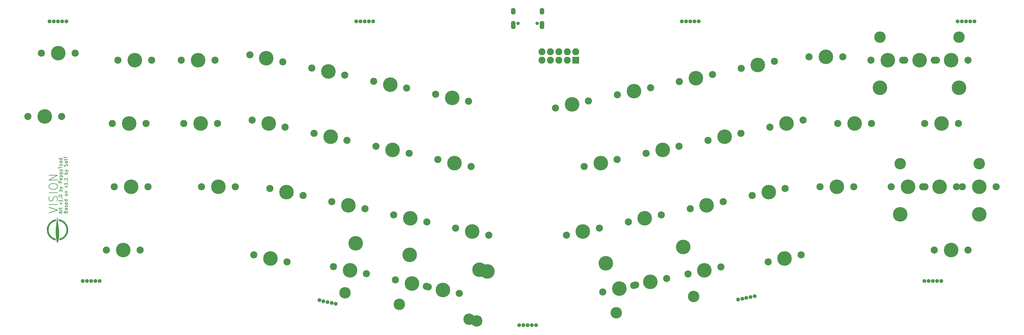
<source format=gbr>
%TF.GenerationSoftware,KiCad,Pcbnew,(6.0.11-0)*%
%TF.CreationDate,2023-07-09T00:15:19+09:00*%
%TF.ProjectId,Vision,56697369-6f6e-42e6-9b69-6361645f7063,rev?*%
%TF.SameCoordinates,Original*%
%TF.FileFunction,Soldermask,Top*%
%TF.FilePolarity,Negative*%
%FSLAX46Y46*%
G04 Gerber Fmt 4.6, Leading zero omitted, Abs format (unit mm)*
G04 Created by KiCad (PCBNEW (6.0.11-0)) date 2023-07-09 00:15:19*
%MOMM*%
%LPD*%
G01*
G04 APERTURE LIST*
G04 Aperture macros list*
%AMRoundRect*
0 Rectangle with rounded corners*
0 $1 Rounding radius*
0 $2 $3 $4 $5 $6 $7 $8 $9 X,Y pos of 4 corners*
0 Add a 4 corners polygon primitive as box body*
4,1,4,$2,$3,$4,$5,$6,$7,$8,$9,$2,$3,0*
0 Add four circle primitives for the rounded corners*
1,1,$1+$1,$2,$3*
1,1,$1+$1,$4,$5*
1,1,$1+$1,$6,$7*
1,1,$1+$1,$8,$9*
0 Add four rect primitives between the rounded corners*
20,1,$1+$1,$2,$3,$4,$5,0*
20,1,$1+$1,$4,$5,$6,$7,0*
20,1,$1+$1,$6,$7,$8,$9,0*
20,1,$1+$1,$8,$9,$2,$3,0*%
G04 Aperture macros list end*
%ADD10C,0.150000*%
%ADD11C,0.200000*%
%ADD12C,0.010000*%
%ADD13C,2.150000*%
%ADD14C,4.387800*%
%ADD15C,3.448000*%
%ADD16C,1.187400*%
%ADD17C,1.050000*%
%ADD18O,1.400000X2.000000*%
%ADD19O,1.400000X2.500000*%
%ADD20RoundRect,0.200000X0.850000X-0.850000X0.850000X0.850000X-0.850000X0.850000X-0.850000X-0.850000X0*%
%ADD21O,2.100000X2.100000*%
G04 APERTURE END LIST*
D10*
X69661666Y-143412023D02*
X69661666Y-142935833D01*
X69947380Y-143507261D02*
X68947380Y-143173928D01*
X69947380Y-142840595D01*
X69947380Y-142364404D02*
X69899761Y-142459642D01*
X69804523Y-142507261D01*
X68947380Y-142507261D01*
X69280714Y-142126309D02*
X69280714Y-141745357D01*
X68947380Y-141983452D02*
X69804523Y-141983452D01*
X69899761Y-141935833D01*
X69947380Y-141840595D01*
X69947380Y-141745357D01*
X69280714Y-140745357D02*
X69947380Y-140507261D01*
X69280714Y-140269166D01*
X69947380Y-139364404D02*
X69947380Y-139935833D01*
X69947380Y-139650119D02*
X68947380Y-139650119D01*
X69090238Y-139745357D01*
X69185476Y-139840595D01*
X69233095Y-139935833D01*
X69852142Y-138935833D02*
X69899761Y-138888214D01*
X69947380Y-138935833D01*
X69899761Y-138983452D01*
X69852142Y-138935833D01*
X69947380Y-138935833D01*
X68947380Y-138269166D02*
X68947380Y-138173928D01*
X68995000Y-138078690D01*
X69042619Y-138031071D01*
X69137857Y-137983452D01*
X69328333Y-137935833D01*
X69566428Y-137935833D01*
X69756904Y-137983452D01*
X69852142Y-138031071D01*
X69899761Y-138078690D01*
X69947380Y-138173928D01*
X69947380Y-138269166D01*
X69899761Y-138364404D01*
X69852142Y-138412023D01*
X69756904Y-138459642D01*
X69566428Y-138507261D01*
X69328333Y-138507261D01*
X69137857Y-138459642D01*
X69042619Y-138412023D01*
X68995000Y-138364404D01*
X68947380Y-138269166D01*
X69947380Y-136745357D02*
X68947380Y-136745357D01*
X69328333Y-136745357D02*
X69280714Y-136650119D01*
X69280714Y-136459642D01*
X69328333Y-136364404D01*
X69375952Y-136316785D01*
X69471190Y-136269166D01*
X69756904Y-136269166D01*
X69852142Y-136316785D01*
X69899761Y-136364404D01*
X69947380Y-136459642D01*
X69947380Y-136650119D01*
X69899761Y-136745357D01*
X69280714Y-135935833D02*
X69947380Y-135697738D01*
X69280714Y-135459642D02*
X69947380Y-135697738D01*
X70185476Y-135792976D01*
X70233095Y-135840595D01*
X70280714Y-135935833D01*
X69947380Y-134316785D02*
X68947380Y-134316785D01*
X68947380Y-133935833D01*
X68995000Y-133840595D01*
X69042619Y-133792976D01*
X69137857Y-133745357D01*
X69280714Y-133745357D01*
X69375952Y-133792976D01*
X69423571Y-133840595D01*
X69471190Y-133935833D01*
X69471190Y-134316785D01*
X69899761Y-132935833D02*
X69947380Y-133031071D01*
X69947380Y-133221547D01*
X69899761Y-133316785D01*
X69804523Y-133364404D01*
X69423571Y-133364404D01*
X69328333Y-133316785D01*
X69280714Y-133221547D01*
X69280714Y-133031071D01*
X69328333Y-132935833D01*
X69423571Y-132888214D01*
X69518809Y-132888214D01*
X69614047Y-133364404D01*
X69280714Y-132459642D02*
X70280714Y-132459642D01*
X69328333Y-132459642D02*
X69280714Y-132364404D01*
X69280714Y-132173928D01*
X69328333Y-132078690D01*
X69375952Y-132031071D01*
X69471190Y-131983452D01*
X69756904Y-131983452D01*
X69852142Y-132031071D01*
X69899761Y-132078690D01*
X69947380Y-132173928D01*
X69947380Y-132364404D01*
X69899761Y-132459642D01*
X69280714Y-131554880D02*
X70280714Y-131554880D01*
X69328333Y-131554880D02*
X69280714Y-131459642D01*
X69280714Y-131269166D01*
X69328333Y-131173928D01*
X69375952Y-131126309D01*
X69471190Y-131078690D01*
X69756904Y-131078690D01*
X69852142Y-131126309D01*
X69899761Y-131173928D01*
X69947380Y-131269166D01*
X69947380Y-131459642D01*
X69899761Y-131554880D01*
X69280714Y-130745357D02*
X69947380Y-130507261D01*
X69280714Y-130269166D02*
X69947380Y-130507261D01*
X70185476Y-130602500D01*
X70233095Y-130650119D01*
X70280714Y-130745357D01*
X68947380Y-130031071D02*
X68947380Y-129459642D01*
X69947380Y-129745357D02*
X68947380Y-129745357D01*
X69947380Y-128983452D02*
X69899761Y-129078690D01*
X69852142Y-129126309D01*
X69756904Y-129173928D01*
X69471190Y-129173928D01*
X69375952Y-129126309D01*
X69328333Y-129078690D01*
X69280714Y-128983452D01*
X69280714Y-128840595D01*
X69328333Y-128745357D01*
X69375952Y-128697738D01*
X69471190Y-128650119D01*
X69756904Y-128650119D01*
X69852142Y-128697738D01*
X69899761Y-128745357D01*
X69947380Y-128840595D01*
X69947380Y-128983452D01*
X69947380Y-127792976D02*
X69423571Y-127792976D01*
X69328333Y-127840595D01*
X69280714Y-127935833D01*
X69280714Y-128126309D01*
X69328333Y-128221547D01*
X69899761Y-127792976D02*
X69947380Y-127888214D01*
X69947380Y-128126309D01*
X69899761Y-128221547D01*
X69804523Y-128269166D01*
X69709285Y-128269166D01*
X69614047Y-128221547D01*
X69566428Y-128126309D01*
X69566428Y-127888214D01*
X69518809Y-127792976D01*
X69947380Y-126888214D02*
X68947380Y-126888214D01*
X69899761Y-126888214D02*
X69947380Y-126983452D01*
X69947380Y-127173928D01*
X69899761Y-127269166D01*
X69852142Y-127316785D01*
X69756904Y-127364404D01*
X69471190Y-127364404D01*
X69375952Y-127316785D01*
X69328333Y-127269166D01*
X69280714Y-127173928D01*
X69280714Y-126983452D01*
X69328333Y-126888214D01*
X71033571Y-143031071D02*
X71081190Y-142888214D01*
X71128809Y-142840595D01*
X71224047Y-142792976D01*
X71366904Y-142792976D01*
X71462142Y-142840595D01*
X71509761Y-142888214D01*
X71557380Y-142983452D01*
X71557380Y-143364404D01*
X70557380Y-143364404D01*
X70557380Y-143031071D01*
X70605000Y-142935833D01*
X70652619Y-142888214D01*
X70747857Y-142840595D01*
X70843095Y-142840595D01*
X70938333Y-142888214D01*
X70985952Y-142935833D01*
X71033571Y-143031071D01*
X71033571Y-143364404D01*
X71557380Y-141935833D02*
X71033571Y-141935833D01*
X70938333Y-141983452D01*
X70890714Y-142078690D01*
X70890714Y-142269166D01*
X70938333Y-142364404D01*
X71509761Y-141935833D02*
X71557380Y-142031071D01*
X71557380Y-142269166D01*
X71509761Y-142364404D01*
X71414523Y-142412023D01*
X71319285Y-142412023D01*
X71224047Y-142364404D01*
X71176428Y-142269166D01*
X71176428Y-142031071D01*
X71128809Y-141935833D01*
X71509761Y-141507261D02*
X71557380Y-141412023D01*
X71557380Y-141221547D01*
X71509761Y-141126309D01*
X71414523Y-141078690D01*
X71366904Y-141078690D01*
X71271666Y-141126309D01*
X71224047Y-141221547D01*
X71224047Y-141364404D01*
X71176428Y-141459642D01*
X71081190Y-141507261D01*
X71033571Y-141507261D01*
X70938333Y-141459642D01*
X70890714Y-141364404D01*
X70890714Y-141221547D01*
X70938333Y-141126309D01*
X71509761Y-140269166D02*
X71557380Y-140364404D01*
X71557380Y-140554880D01*
X71509761Y-140650119D01*
X71414523Y-140697738D01*
X71033571Y-140697738D01*
X70938333Y-140650119D01*
X70890714Y-140554880D01*
X70890714Y-140364404D01*
X70938333Y-140269166D01*
X71033571Y-140221547D01*
X71128809Y-140221547D01*
X71224047Y-140697738D01*
X71557380Y-139364404D02*
X70557380Y-139364404D01*
X71509761Y-139364404D02*
X71557380Y-139459642D01*
X71557380Y-139650119D01*
X71509761Y-139745357D01*
X71462142Y-139792976D01*
X71366904Y-139840595D01*
X71081190Y-139840595D01*
X70985952Y-139792976D01*
X70938333Y-139745357D01*
X70890714Y-139650119D01*
X70890714Y-139459642D01*
X70938333Y-139364404D01*
X71557380Y-137983452D02*
X71509761Y-138078690D01*
X71462142Y-138126309D01*
X71366904Y-138173928D01*
X71081190Y-138173928D01*
X70985952Y-138126309D01*
X70938333Y-138078690D01*
X70890714Y-137983452D01*
X70890714Y-137840595D01*
X70938333Y-137745357D01*
X70985952Y-137697738D01*
X71081190Y-137650119D01*
X71366904Y-137650119D01*
X71462142Y-137697738D01*
X71509761Y-137745357D01*
X71557380Y-137840595D01*
X71557380Y-137983452D01*
X70890714Y-137221547D02*
X71557380Y-137221547D01*
X70985952Y-137221547D02*
X70938333Y-137173928D01*
X70890714Y-137078690D01*
X70890714Y-136935833D01*
X70938333Y-136840595D01*
X71033571Y-136792976D01*
X71557380Y-136792976D01*
X70890714Y-135650119D02*
X71557380Y-135412023D01*
X70890714Y-135173928D01*
X71557380Y-134269166D02*
X71557380Y-134840595D01*
X71557380Y-134554880D02*
X70557380Y-134554880D01*
X70700238Y-134650119D01*
X70795476Y-134745357D01*
X70843095Y-134840595D01*
X71462142Y-133840595D02*
X71509761Y-133792976D01*
X71557380Y-133840595D01*
X71509761Y-133888214D01*
X71462142Y-133840595D01*
X71557380Y-133840595D01*
X71557380Y-132840595D02*
X71557380Y-133412023D01*
X71557380Y-133126309D02*
X70557380Y-133126309D01*
X70700238Y-133221547D01*
X70795476Y-133316785D01*
X70843095Y-133412023D01*
X71557380Y-131650119D02*
X70557380Y-131650119D01*
X70938333Y-131650119D02*
X70890714Y-131554880D01*
X70890714Y-131364404D01*
X70938333Y-131269166D01*
X70985952Y-131221547D01*
X71081190Y-131173928D01*
X71366904Y-131173928D01*
X71462142Y-131221547D01*
X71509761Y-131269166D01*
X71557380Y-131364404D01*
X71557380Y-131554880D01*
X71509761Y-131650119D01*
X70890714Y-130840595D02*
X71557380Y-130602500D01*
X70890714Y-130364404D02*
X71557380Y-130602500D01*
X71795476Y-130697738D01*
X71843095Y-130745357D01*
X71890714Y-130840595D01*
X71509761Y-129269166D02*
X71557380Y-129126309D01*
X71557380Y-128888214D01*
X71509761Y-128792976D01*
X71462142Y-128745357D01*
X71366904Y-128697738D01*
X71271666Y-128697738D01*
X71176428Y-128745357D01*
X71128809Y-128792976D01*
X71081190Y-128888214D01*
X71033571Y-129078690D01*
X70985952Y-129173928D01*
X70938333Y-129221547D01*
X70843095Y-129269166D01*
X70747857Y-129269166D01*
X70652619Y-129221547D01*
X70605000Y-129173928D01*
X70557380Y-129078690D01*
X70557380Y-128840595D01*
X70605000Y-128697738D01*
X71557380Y-127840595D02*
X71033571Y-127840595D01*
X70938333Y-127888214D01*
X70890714Y-127983452D01*
X70890714Y-128173928D01*
X70938333Y-128269166D01*
X71509761Y-127840595D02*
X71557380Y-127935833D01*
X71557380Y-128173928D01*
X71509761Y-128269166D01*
X71414523Y-128316785D01*
X71319285Y-128316785D01*
X71224047Y-128269166D01*
X71176428Y-128173928D01*
X71176428Y-127935833D01*
X71128809Y-127840595D01*
X70890714Y-127507261D02*
X70890714Y-127126309D01*
X70557380Y-127364404D02*
X71414523Y-127364404D01*
X71509761Y-127316785D01*
X71557380Y-127221547D01*
X71557380Y-127126309D01*
X70557380Y-126935833D02*
X70557380Y-126364404D01*
X71557380Y-126650119D02*
X70557380Y-126650119D01*
D11*
X66030952Y-143331904D02*
X68530952Y-142498571D01*
X66030952Y-141665238D01*
X68530952Y-140831904D02*
X66030952Y-140831904D01*
X68411904Y-139760476D02*
X68530952Y-139403333D01*
X68530952Y-138808095D01*
X68411904Y-138570000D01*
X68292857Y-138450952D01*
X68054761Y-138331904D01*
X67816666Y-138331904D01*
X67578571Y-138450952D01*
X67459523Y-138570000D01*
X67340476Y-138808095D01*
X67221428Y-139284285D01*
X67102380Y-139522380D01*
X66983333Y-139641428D01*
X66745238Y-139760476D01*
X66507142Y-139760476D01*
X66269047Y-139641428D01*
X66150000Y-139522380D01*
X66030952Y-139284285D01*
X66030952Y-138689047D01*
X66150000Y-138331904D01*
X68530952Y-137260476D02*
X66030952Y-137260476D01*
X66030952Y-135593809D02*
X66030952Y-135117619D01*
X66150000Y-134879523D01*
X66388095Y-134641428D01*
X66864285Y-134522380D01*
X67697619Y-134522380D01*
X68173809Y-134641428D01*
X68411904Y-134879523D01*
X68530952Y-135117619D01*
X68530952Y-135593809D01*
X68411904Y-135831904D01*
X68173809Y-136070000D01*
X67697619Y-136189047D01*
X66864285Y-136189047D01*
X66388095Y-136070000D01*
X66150000Y-135831904D01*
X66030952Y-135593809D01*
X68530952Y-133450952D02*
X66030952Y-133450952D01*
X68530952Y-132022380D01*
X66030952Y-132022380D01*
%TO.C,H2*%
G36*
X68097365Y-145244256D02*
G01*
X68102292Y-145256139D01*
X68103115Y-145279864D01*
X68099814Y-145318676D01*
X68092365Y-145375818D01*
X68080748Y-145454534D01*
X68073540Y-145501880D01*
X68062785Y-145569847D01*
X68052923Y-145627791D01*
X68044833Y-145670859D01*
X68039395Y-145694199D01*
X68038191Y-145696901D01*
X68024007Y-145702045D01*
X67988015Y-145713383D01*
X67934107Y-145729739D01*
X67866174Y-145749936D01*
X67788108Y-145772798D01*
X67764474Y-145779658D01*
X67673218Y-145806405D01*
X67600221Y-145829009D01*
X67539005Y-145850141D01*
X67483092Y-145872473D01*
X67426004Y-145898673D01*
X67361263Y-145931413D01*
X67282390Y-145973363D01*
X67243106Y-145994579D01*
X67153971Y-146043308D01*
X67082399Y-146084101D01*
X67022156Y-146121214D01*
X66967009Y-146158904D01*
X66910726Y-146201429D01*
X66847074Y-146253043D01*
X66771011Y-146316995D01*
X66694154Y-146382767D01*
X66632752Y-146437323D01*
X66581533Y-146486188D01*
X66535225Y-146534887D01*
X66488558Y-146588944D01*
X66436258Y-146653884D01*
X66377808Y-146729064D01*
X66316611Y-146809116D01*
X66268208Y-146874784D01*
X66228635Y-146932496D01*
X66193926Y-146988679D01*
X66160116Y-147049758D01*
X66123240Y-147122162D01*
X66079333Y-147212318D01*
X66078191Y-147214688D01*
X66036091Y-147302683D01*
X66003465Y-147373324D01*
X65977954Y-147433232D01*
X65957196Y-147489028D01*
X65938830Y-147547333D01*
X65920495Y-147614767D01*
X65899830Y-147697950D01*
X65887278Y-147750051D01*
X65865310Y-147842282D01*
X65848680Y-147915475D01*
X65836497Y-147976273D01*
X65827869Y-148031317D01*
X65821906Y-148087249D01*
X65817715Y-148150710D01*
X65814405Y-148228342D01*
X65811477Y-148314752D01*
X65802079Y-148602597D01*
X65851718Y-148875746D01*
X65868900Y-148968780D01*
X65883752Y-149043241D01*
X65898229Y-149105814D01*
X65914287Y-149163182D01*
X65933881Y-149222030D01*
X65958967Y-149289041D01*
X65991501Y-149370902D01*
X66009863Y-149416263D01*
X66047123Y-149507217D01*
X66078275Y-149580064D01*
X66106672Y-149641048D01*
X66135665Y-149696414D01*
X66168609Y-149752408D01*
X66208856Y-149815275D01*
X66259758Y-149891260D01*
X66284080Y-149927059D01*
X66341496Y-150010727D01*
X66388986Y-150077559D01*
X66431252Y-150133100D01*
X66472995Y-150182895D01*
X66518917Y-150232490D01*
X66573720Y-150287428D01*
X66642104Y-150353257D01*
X66659290Y-150369611D01*
X66733086Y-150439165D01*
X66793861Y-150494449D01*
X66847560Y-150540036D01*
X66900131Y-150580497D01*
X66957519Y-150620407D01*
X67025673Y-150664337D01*
X67110537Y-150716861D01*
X67112129Y-150717837D01*
X67196146Y-150768932D01*
X67264313Y-150808948D01*
X67323169Y-150840988D01*
X67379252Y-150868158D01*
X67439101Y-150893563D01*
X67509253Y-150920308D01*
X67596246Y-150951498D01*
X67626814Y-150962258D01*
X67707330Y-150990794D01*
X67779329Y-151016788D01*
X67838972Y-151038816D01*
X67882419Y-151055453D01*
X67905833Y-151065274D01*
X67908626Y-151066872D01*
X67913460Y-151082639D01*
X67919801Y-151119397D01*
X67927067Y-151171693D01*
X67934680Y-151234073D01*
X67942060Y-151301084D01*
X67948627Y-151367273D01*
X67953801Y-151427184D01*
X67957003Y-151475364D01*
X67957653Y-151506361D01*
X67956253Y-151514940D01*
X67941984Y-151513292D01*
X67905682Y-151504849D01*
X67850903Y-151490562D01*
X67781205Y-151471380D01*
X67700143Y-151448252D01*
X67633772Y-151428814D01*
X67535334Y-151399539D01*
X67456651Y-151375393D01*
X67391967Y-151353997D01*
X67335524Y-151332974D01*
X67281568Y-151309943D01*
X67224342Y-151282528D01*
X67158091Y-151248349D01*
X67077057Y-151205029D01*
X67027658Y-151178365D01*
X66936585Y-151128966D01*
X66863622Y-151088449D01*
X66803569Y-151053247D01*
X66751230Y-151019796D01*
X66701406Y-150984530D01*
X66648898Y-150943885D01*
X66588510Y-150894295D01*
X66515043Y-150832195D01*
X66482375Y-150804371D01*
X66402354Y-150735905D01*
X66338379Y-150680009D01*
X66286033Y-150632046D01*
X66240901Y-150587375D01*
X66198567Y-150541356D01*
X66154614Y-150489352D01*
X66104628Y-150426721D01*
X66044192Y-150348826D01*
X66024751Y-150323590D01*
X65961341Y-150240967D01*
X65910993Y-150174068D01*
X65870417Y-150117531D01*
X65836317Y-150065993D01*
X65805403Y-150014091D01*
X65774382Y-149956464D01*
X65739960Y-149887749D01*
X65698845Y-149802584D01*
X65677813Y-149758577D01*
X65534052Y-149457468D01*
X65379140Y-148814684D01*
X65371038Y-148467105D01*
X65362935Y-148119526D01*
X65422714Y-147804335D01*
X65482492Y-147489143D01*
X65609356Y-147182703D01*
X65649087Y-147087134D01*
X65681744Y-147010585D01*
X65710309Y-146947567D01*
X65737763Y-146892586D01*
X65767087Y-146840150D01*
X65801261Y-146784769D01*
X65843267Y-146720951D01*
X65896085Y-146643202D01*
X65925469Y-146600321D01*
X65984973Y-146513877D01*
X66033580Y-146444747D01*
X66075399Y-146388118D01*
X66114539Y-146339176D01*
X66155110Y-146293107D01*
X66201222Y-146245099D01*
X66256983Y-146190338D01*
X66326505Y-146124010D01*
X66355846Y-146096228D01*
X66432092Y-146024361D01*
X66494208Y-145967025D01*
X66547293Y-145920313D01*
X66596445Y-145880320D01*
X66646763Y-145843138D01*
X66703346Y-145804861D01*
X66771292Y-145761582D01*
X66855700Y-145709395D01*
X66880913Y-145693922D01*
X66968354Y-145640420D01*
X67038887Y-145598057D01*
X67097981Y-145564233D01*
X67151105Y-145536349D01*
X67203729Y-145511807D01*
X67261322Y-145488008D01*
X67329354Y-145462353D01*
X67413295Y-145432243D01*
X67484715Y-145407029D01*
X67579927Y-145374306D01*
X67674135Y-145343443D01*
X67762121Y-145316038D01*
X67838667Y-145293688D01*
X67898554Y-145277990D01*
X67924895Y-145272322D01*
X67982104Y-145261681D01*
X68032151Y-145252023D01*
X68067103Y-145244892D01*
X68075290Y-145243042D01*
X68088357Y-145240972D01*
X68097365Y-145244256D01*
G37*
D12*
X68097365Y-145244256D02*
X68102292Y-145256139D01*
X68103115Y-145279864D01*
X68099814Y-145318676D01*
X68092365Y-145375818D01*
X68080748Y-145454534D01*
X68073540Y-145501880D01*
X68062785Y-145569847D01*
X68052923Y-145627791D01*
X68044833Y-145670859D01*
X68039395Y-145694199D01*
X68038191Y-145696901D01*
X68024007Y-145702045D01*
X67988015Y-145713383D01*
X67934107Y-145729739D01*
X67866174Y-145749936D01*
X67788108Y-145772798D01*
X67764474Y-145779658D01*
X67673218Y-145806405D01*
X67600221Y-145829009D01*
X67539005Y-145850141D01*
X67483092Y-145872473D01*
X67426004Y-145898673D01*
X67361263Y-145931413D01*
X67282390Y-145973363D01*
X67243106Y-145994579D01*
X67153971Y-146043308D01*
X67082399Y-146084101D01*
X67022156Y-146121214D01*
X66967009Y-146158904D01*
X66910726Y-146201429D01*
X66847074Y-146253043D01*
X66771011Y-146316995D01*
X66694154Y-146382767D01*
X66632752Y-146437323D01*
X66581533Y-146486188D01*
X66535225Y-146534887D01*
X66488558Y-146588944D01*
X66436258Y-146653884D01*
X66377808Y-146729064D01*
X66316611Y-146809116D01*
X66268208Y-146874784D01*
X66228635Y-146932496D01*
X66193926Y-146988679D01*
X66160116Y-147049758D01*
X66123240Y-147122162D01*
X66079333Y-147212318D01*
X66078191Y-147214688D01*
X66036091Y-147302683D01*
X66003465Y-147373324D01*
X65977954Y-147433232D01*
X65957196Y-147489028D01*
X65938830Y-147547333D01*
X65920495Y-147614767D01*
X65899830Y-147697950D01*
X65887278Y-147750051D01*
X65865310Y-147842282D01*
X65848680Y-147915475D01*
X65836497Y-147976273D01*
X65827869Y-148031317D01*
X65821906Y-148087249D01*
X65817715Y-148150710D01*
X65814405Y-148228342D01*
X65811477Y-148314752D01*
X65802079Y-148602597D01*
X65851718Y-148875746D01*
X65868900Y-148968780D01*
X65883752Y-149043241D01*
X65898229Y-149105814D01*
X65914287Y-149163182D01*
X65933881Y-149222030D01*
X65958967Y-149289041D01*
X65991501Y-149370902D01*
X66009863Y-149416263D01*
X66047123Y-149507217D01*
X66078275Y-149580064D01*
X66106672Y-149641048D01*
X66135665Y-149696414D01*
X66168609Y-149752408D01*
X66208856Y-149815275D01*
X66259758Y-149891260D01*
X66284080Y-149927059D01*
X66341496Y-150010727D01*
X66388986Y-150077559D01*
X66431252Y-150133100D01*
X66472995Y-150182895D01*
X66518917Y-150232490D01*
X66573720Y-150287428D01*
X66642104Y-150353257D01*
X66659290Y-150369611D01*
X66733086Y-150439165D01*
X66793861Y-150494449D01*
X66847560Y-150540036D01*
X66900131Y-150580497D01*
X66957519Y-150620407D01*
X67025673Y-150664337D01*
X67110537Y-150716861D01*
X67112129Y-150717837D01*
X67196146Y-150768932D01*
X67264313Y-150808948D01*
X67323169Y-150840988D01*
X67379252Y-150868158D01*
X67439101Y-150893563D01*
X67509253Y-150920308D01*
X67596246Y-150951498D01*
X67626814Y-150962258D01*
X67707330Y-150990794D01*
X67779329Y-151016788D01*
X67838972Y-151038816D01*
X67882419Y-151055453D01*
X67905833Y-151065274D01*
X67908626Y-151066872D01*
X67913460Y-151082639D01*
X67919801Y-151119397D01*
X67927067Y-151171693D01*
X67934680Y-151234073D01*
X67942060Y-151301084D01*
X67948627Y-151367273D01*
X67953801Y-151427184D01*
X67957003Y-151475364D01*
X67957653Y-151506361D01*
X67956253Y-151514940D01*
X67941984Y-151513292D01*
X67905682Y-151504849D01*
X67850903Y-151490562D01*
X67781205Y-151471380D01*
X67700143Y-151448252D01*
X67633772Y-151428814D01*
X67535334Y-151399539D01*
X67456651Y-151375393D01*
X67391967Y-151353997D01*
X67335524Y-151332974D01*
X67281568Y-151309943D01*
X67224342Y-151282528D01*
X67158091Y-151248349D01*
X67077057Y-151205029D01*
X67027658Y-151178365D01*
X66936585Y-151128966D01*
X66863622Y-151088449D01*
X66803569Y-151053247D01*
X66751230Y-151019796D01*
X66701406Y-150984530D01*
X66648898Y-150943885D01*
X66588510Y-150894295D01*
X66515043Y-150832195D01*
X66482375Y-150804371D01*
X66402354Y-150735905D01*
X66338379Y-150680009D01*
X66286033Y-150632046D01*
X66240901Y-150587375D01*
X66198567Y-150541356D01*
X66154614Y-150489352D01*
X66104628Y-150426721D01*
X66044192Y-150348826D01*
X66024751Y-150323590D01*
X65961341Y-150240967D01*
X65910993Y-150174068D01*
X65870417Y-150117531D01*
X65836317Y-150065993D01*
X65805403Y-150014091D01*
X65774382Y-149956464D01*
X65739960Y-149887749D01*
X65698845Y-149802584D01*
X65677813Y-149758577D01*
X65534052Y-149457468D01*
X65379140Y-148814684D01*
X65371038Y-148467105D01*
X65362935Y-148119526D01*
X65422714Y-147804335D01*
X65482492Y-147489143D01*
X65609356Y-147182703D01*
X65649087Y-147087134D01*
X65681744Y-147010585D01*
X65710309Y-146947567D01*
X65737763Y-146892586D01*
X65767087Y-146840150D01*
X65801261Y-146784769D01*
X65843267Y-146720951D01*
X65896085Y-146643202D01*
X65925469Y-146600321D01*
X65984973Y-146513877D01*
X66033580Y-146444747D01*
X66075399Y-146388118D01*
X66114539Y-146339176D01*
X66155110Y-146293107D01*
X66201222Y-146245099D01*
X66256983Y-146190338D01*
X66326505Y-146124010D01*
X66355846Y-146096228D01*
X66432092Y-146024361D01*
X66494208Y-145967025D01*
X66547293Y-145920313D01*
X66596445Y-145880320D01*
X66646763Y-145843138D01*
X66703346Y-145804861D01*
X66771292Y-145761582D01*
X66855700Y-145709395D01*
X66880913Y-145693922D01*
X66968354Y-145640420D01*
X67038887Y-145598057D01*
X67097981Y-145564233D01*
X67151105Y-145536349D01*
X67203729Y-145511807D01*
X67261322Y-145488008D01*
X67329354Y-145462353D01*
X67413295Y-145432243D01*
X67484715Y-145407029D01*
X67579927Y-145374306D01*
X67674135Y-145343443D01*
X67762121Y-145316038D01*
X67838667Y-145293688D01*
X67898554Y-145277990D01*
X67924895Y-145272322D01*
X67982104Y-145261681D01*
X68032151Y-145252023D01*
X68067103Y-145244892D01*
X68075290Y-145243042D01*
X68088357Y-145240972D01*
X68097365Y-145244256D01*
G36*
X68535141Y-144593014D02*
G01*
X68537292Y-144618794D01*
X68537996Y-144663924D01*
X68537155Y-144724725D01*
X68536183Y-144758112D01*
X68533806Y-144870418D01*
X68534158Y-144988743D01*
X68537397Y-145114711D01*
X68543684Y-145249942D01*
X68553176Y-145396060D01*
X68566033Y-145554686D01*
X68582414Y-145727442D01*
X68602477Y-145915952D01*
X68626382Y-146121837D01*
X68654288Y-146346719D01*
X68686354Y-146592221D01*
X68722738Y-146859964D01*
X68763599Y-147151572D01*
X68786319Y-147310737D01*
X68819176Y-147541691D01*
X68848025Y-147749067D01*
X68873210Y-147935667D01*
X68895075Y-148104293D01*
X68913965Y-148257746D01*
X68930223Y-148398829D01*
X68944193Y-148530344D01*
X68956219Y-148655092D01*
X68966644Y-148775876D01*
X68967547Y-148787037D01*
X68973939Y-148881069D01*
X68979756Y-148994457D01*
X68984866Y-149121571D01*
X68989139Y-149256779D01*
X68992443Y-149394451D01*
X68994646Y-149528956D01*
X68995617Y-149654664D01*
X68995225Y-149765943D01*
X68993338Y-149857164D01*
X68992838Y-149870789D01*
X68981000Y-150117049D01*
X68965375Y-150358983D01*
X68946264Y-150594539D01*
X68923965Y-150821664D01*
X68898778Y-151038308D01*
X68871004Y-151242417D01*
X68840941Y-151431940D01*
X68808890Y-151604824D01*
X68775150Y-151759019D01*
X68740020Y-151892472D01*
X68703800Y-152003130D01*
X68669808Y-152082972D01*
X68632322Y-152149428D01*
X68596934Y-152191824D01*
X68560949Y-152212404D01*
X68521674Y-152213414D01*
X68514979Y-152211928D01*
X68476634Y-152189123D01*
X68438823Y-152141017D01*
X68401727Y-152069040D01*
X68365530Y-151974626D01*
X68330412Y-151859207D01*
X68296557Y-151724215D01*
X68264146Y-151571082D01*
X68233361Y-151401241D01*
X68204386Y-151216124D01*
X68177401Y-151017163D01*
X68152588Y-150805791D01*
X68130131Y-150583439D01*
X68110211Y-150351541D01*
X68093011Y-150111529D01*
X68078711Y-149864834D01*
X68067496Y-149612890D01*
X68059546Y-149357128D01*
X68055044Y-149098981D01*
X68054172Y-148839881D01*
X68056634Y-148607473D01*
X68064093Y-148301897D01*
X68075858Y-148006736D01*
X68092364Y-147716589D01*
X68114047Y-147426051D01*
X68141345Y-147129719D01*
X68174693Y-146822189D01*
X68214528Y-146498058D01*
X68246105Y-146261315D01*
X68262257Y-146146957D01*
X68280826Y-146021295D01*
X68301351Y-145887034D01*
X68323368Y-145746878D01*
X68346416Y-145603532D01*
X68370033Y-145459699D01*
X68393757Y-145318086D01*
X68417125Y-145181396D01*
X68439676Y-145052333D01*
X68460947Y-144933602D01*
X68480476Y-144827908D01*
X68497801Y-144737955D01*
X68512460Y-144666448D01*
X68523990Y-144616091D01*
X68531643Y-144590263D01*
X68535141Y-144593014D01*
G37*
X68535141Y-144593014D02*
X68537292Y-144618794D01*
X68537996Y-144663924D01*
X68537155Y-144724725D01*
X68536183Y-144758112D01*
X68533806Y-144870418D01*
X68534158Y-144988743D01*
X68537397Y-145114711D01*
X68543684Y-145249942D01*
X68553176Y-145396060D01*
X68566033Y-145554686D01*
X68582414Y-145727442D01*
X68602477Y-145915952D01*
X68626382Y-146121837D01*
X68654288Y-146346719D01*
X68686354Y-146592221D01*
X68722738Y-146859964D01*
X68763599Y-147151572D01*
X68786319Y-147310737D01*
X68819176Y-147541691D01*
X68848025Y-147749067D01*
X68873210Y-147935667D01*
X68895075Y-148104293D01*
X68913965Y-148257746D01*
X68930223Y-148398829D01*
X68944193Y-148530344D01*
X68956219Y-148655092D01*
X68966644Y-148775876D01*
X68967547Y-148787037D01*
X68973939Y-148881069D01*
X68979756Y-148994457D01*
X68984866Y-149121571D01*
X68989139Y-149256779D01*
X68992443Y-149394451D01*
X68994646Y-149528956D01*
X68995617Y-149654664D01*
X68995225Y-149765943D01*
X68993338Y-149857164D01*
X68992838Y-149870789D01*
X68981000Y-150117049D01*
X68965375Y-150358983D01*
X68946264Y-150594539D01*
X68923965Y-150821664D01*
X68898778Y-151038308D01*
X68871004Y-151242417D01*
X68840941Y-151431940D01*
X68808890Y-151604824D01*
X68775150Y-151759019D01*
X68740020Y-151892472D01*
X68703800Y-152003130D01*
X68669808Y-152082972D01*
X68632322Y-152149428D01*
X68596934Y-152191824D01*
X68560949Y-152212404D01*
X68521674Y-152213414D01*
X68514979Y-152211928D01*
X68476634Y-152189123D01*
X68438823Y-152141017D01*
X68401727Y-152069040D01*
X68365530Y-151974626D01*
X68330412Y-151859207D01*
X68296557Y-151724215D01*
X68264146Y-151571082D01*
X68233361Y-151401241D01*
X68204386Y-151216124D01*
X68177401Y-151017163D01*
X68152588Y-150805791D01*
X68130131Y-150583439D01*
X68110211Y-150351541D01*
X68093011Y-150111529D01*
X68078711Y-149864834D01*
X68067496Y-149612890D01*
X68059546Y-149357128D01*
X68055044Y-149098981D01*
X68054172Y-148839881D01*
X68056634Y-148607473D01*
X68064093Y-148301897D01*
X68075858Y-148006736D01*
X68092364Y-147716589D01*
X68114047Y-147426051D01*
X68141345Y-147129719D01*
X68174693Y-146822189D01*
X68214528Y-146498058D01*
X68246105Y-146261315D01*
X68262257Y-146146957D01*
X68280826Y-146021295D01*
X68301351Y-145887034D01*
X68323368Y-145746878D01*
X68346416Y-145603532D01*
X68370033Y-145459699D01*
X68393757Y-145318086D01*
X68417125Y-145181396D01*
X68439676Y-145052333D01*
X68460947Y-144933602D01*
X68480476Y-144827908D01*
X68497801Y-144737955D01*
X68512460Y-144666448D01*
X68523990Y-144616091D01*
X68531643Y-144590263D01*
X68535141Y-144593014D01*
G36*
X68858339Y-145231554D02*
G01*
X68894865Y-145237462D01*
X68950410Y-145247453D01*
X69021394Y-145260868D01*
X69104234Y-145277049D01*
X69175897Y-145291392D01*
X69502369Y-145357401D01*
X69803548Y-145488552D01*
X69898476Y-145530090D01*
X69974633Y-145564337D01*
X70037574Y-145594426D01*
X70092855Y-145623493D01*
X70146029Y-145654673D01*
X70202651Y-145691101D01*
X70268275Y-145735912D01*
X70348457Y-145792241D01*
X70375458Y-145811343D01*
X70459474Y-145871025D01*
X70526816Y-145919866D01*
X70582124Y-145961964D01*
X70630034Y-146001413D01*
X70675187Y-146042312D01*
X70722219Y-146088756D01*
X70775769Y-146144841D01*
X70840476Y-146214664D01*
X70876384Y-146253743D01*
X70947674Y-146331638D01*
X71004483Y-146394868D01*
X71050492Y-146448390D01*
X71089378Y-146497163D01*
X71124821Y-146546145D01*
X71160499Y-146600295D01*
X71200091Y-146664571D01*
X71247276Y-146743931D01*
X71274847Y-146790783D01*
X71327189Y-146880093D01*
X71368515Y-146952023D01*
X71401395Y-147012222D01*
X71428397Y-147066336D01*
X71452092Y-147120013D01*
X71475050Y-147178902D01*
X71499840Y-147248649D01*
X71529033Y-147334903D01*
X71547191Y-147389307D01*
X71651267Y-147701549D01*
X71689473Y-148030853D01*
X71699997Y-148123037D01*
X71709310Y-148207442D01*
X71716999Y-148280105D01*
X71722654Y-148337060D01*
X71725863Y-148374343D01*
X71726423Y-148386894D01*
X71724772Y-148407470D01*
X71720829Y-148450507D01*
X71714993Y-148511869D01*
X71707658Y-148587415D01*
X71699221Y-148673007D01*
X71694353Y-148721882D01*
X71663538Y-149030134D01*
X71563064Y-149347209D01*
X71531712Y-149445745D01*
X71505923Y-149524492D01*
X71483221Y-149589128D01*
X71461128Y-149645332D01*
X71437167Y-149698786D01*
X71408862Y-149755166D01*
X71373735Y-149820154D01*
X71329309Y-149899427D01*
X71298430Y-149953971D01*
X71246624Y-150045018D01*
X71204172Y-150117915D01*
X71167372Y-150177846D01*
X71132522Y-150229994D01*
X71095922Y-150279542D01*
X71053870Y-150331673D01*
X71002665Y-150391572D01*
X70938606Y-150464421D01*
X70914448Y-150491697D01*
X70844753Y-150570018D01*
X70787773Y-150632679D01*
X70738752Y-150684039D01*
X70692934Y-150728455D01*
X70645563Y-150770286D01*
X70591884Y-150813888D01*
X70527142Y-150863620D01*
X70446579Y-150923840D01*
X70426925Y-150938434D01*
X70343404Y-151000248D01*
X70275894Y-151049267D01*
X70219015Y-151088661D01*
X70167386Y-151121598D01*
X70115628Y-151151246D01*
X70058359Y-151180775D01*
X69990199Y-151213352D01*
X69905768Y-151252146D01*
X69855143Y-151275149D01*
X69748707Y-151322885D01*
X69660467Y-151360907D01*
X69584657Y-151391365D01*
X69515514Y-151416411D01*
X69447272Y-151438196D01*
X69374168Y-151458872D01*
X69335567Y-151469058D01*
X69263844Y-151487321D01*
X69201745Y-151502488D01*
X69153614Y-151513551D01*
X69123790Y-151519500D01*
X69116066Y-151520027D01*
X69115014Y-151504235D01*
X69117073Y-151467409D01*
X69121610Y-151414986D01*
X69127991Y-151352407D01*
X69135584Y-151285110D01*
X69143755Y-151218533D01*
X69151871Y-151158116D01*
X69159299Y-151109297D01*
X69165406Y-151077515D01*
X69168664Y-151068200D01*
X69184725Y-151060146D01*
X69222116Y-151045043D01*
X69276834Y-151024393D01*
X69344877Y-150999699D01*
X69422242Y-150972464D01*
X69440504Y-150966146D01*
X69530957Y-150934543D01*
X69603883Y-150907611D01*
X69665880Y-150882255D01*
X69723548Y-150855383D01*
X69783486Y-150823900D01*
X69852292Y-150784713D01*
X69936566Y-150734728D01*
X69945277Y-150729509D01*
X70030714Y-150677817D01*
X70099249Y-150634691D01*
X70156792Y-150595671D01*
X70209253Y-150556299D01*
X70262541Y-150512114D01*
X70322566Y-150458658D01*
X70395236Y-150391471D01*
X70403628Y-150383637D01*
X70477371Y-150314203D01*
X70536052Y-150257016D01*
X70584518Y-150206477D01*
X70627619Y-150156989D01*
X70670203Y-150102955D01*
X70717120Y-150038777D01*
X70773217Y-149958858D01*
X70779741Y-149949465D01*
X70836739Y-149866648D01*
X70881666Y-149798923D01*
X70918136Y-149739730D01*
X70949765Y-149682507D01*
X70980165Y-149620695D01*
X71012952Y-149547732D01*
X71051740Y-149457058D01*
X71054125Y-149451412D01*
X71091159Y-149363117D01*
X71119868Y-149292089D01*
X71142236Y-149231773D01*
X71160249Y-149175618D01*
X71175891Y-149117071D01*
X71191148Y-149049577D01*
X71208005Y-148966585D01*
X71220692Y-148901579D01*
X71276431Y-148614158D01*
X71267241Y-148326737D01*
X71263985Y-148230334D01*
X71260578Y-148153931D01*
X71256146Y-148090801D01*
X71249811Y-148034215D01*
X71240697Y-147977448D01*
X71227928Y-147913771D01*
X71210628Y-147836458D01*
X71194103Y-147765263D01*
X71171745Y-147670720D01*
X71152766Y-147595436D01*
X71134790Y-147532583D01*
X71115442Y-147475332D01*
X71092346Y-147416853D01*
X71063126Y-147350318D01*
X71025408Y-147268897D01*
X71010149Y-147236446D01*
X70967749Y-147147442D01*
X70931879Y-147075525D01*
X70898711Y-147014377D01*
X70864419Y-146957680D01*
X70825175Y-146899115D01*
X70777151Y-146832365D01*
X70716519Y-146751111D01*
X70714553Y-146748499D01*
X70653251Y-146667758D01*
X70602618Y-146603365D01*
X70557675Y-146549989D01*
X70513447Y-146502296D01*
X70464957Y-146454953D01*
X70407227Y-146402626D01*
X70335282Y-146339984D01*
X70325385Y-146331458D01*
X70249052Y-146266375D01*
X70185770Y-146214483D01*
X70129253Y-146171415D01*
X70073214Y-146132803D01*
X70011365Y-146094281D01*
X69937419Y-146051481D01*
X69860562Y-146008588D01*
X69773857Y-145960978D01*
X69703742Y-145923842D01*
X69643603Y-145894373D01*
X69586827Y-145869764D01*
X69526797Y-145847209D01*
X69456901Y-145823902D01*
X69370523Y-145797034D01*
X69340337Y-145787839D01*
X69253101Y-145761878D01*
X69168187Y-145737604D01*
X69091212Y-145716548D01*
X69027790Y-145700240D01*
X68983536Y-145690212D01*
X68979505Y-145689453D01*
X68887652Y-145672806D01*
X68863531Y-145454102D01*
X68855766Y-145380789D01*
X68849652Y-145317312D01*
X68845575Y-145268188D01*
X68843921Y-145237931D01*
X68844417Y-145230390D01*
X68858339Y-145231554D01*
G37*
X68858339Y-145231554D02*
X68894865Y-145237462D01*
X68950410Y-145247453D01*
X69021394Y-145260868D01*
X69104234Y-145277049D01*
X69175897Y-145291392D01*
X69502369Y-145357401D01*
X69803548Y-145488552D01*
X69898476Y-145530090D01*
X69974633Y-145564337D01*
X70037574Y-145594426D01*
X70092855Y-145623493D01*
X70146029Y-145654673D01*
X70202651Y-145691101D01*
X70268275Y-145735912D01*
X70348457Y-145792241D01*
X70375458Y-145811343D01*
X70459474Y-145871025D01*
X70526816Y-145919866D01*
X70582124Y-145961964D01*
X70630034Y-146001413D01*
X70675187Y-146042312D01*
X70722219Y-146088756D01*
X70775769Y-146144841D01*
X70840476Y-146214664D01*
X70876384Y-146253743D01*
X70947674Y-146331638D01*
X71004483Y-146394868D01*
X71050492Y-146448390D01*
X71089378Y-146497163D01*
X71124821Y-146546145D01*
X71160499Y-146600295D01*
X71200091Y-146664571D01*
X71247276Y-146743931D01*
X71274847Y-146790783D01*
X71327189Y-146880093D01*
X71368515Y-146952023D01*
X71401395Y-147012222D01*
X71428397Y-147066336D01*
X71452092Y-147120013D01*
X71475050Y-147178902D01*
X71499840Y-147248649D01*
X71529033Y-147334903D01*
X71547191Y-147389307D01*
X71651267Y-147701549D01*
X71689473Y-148030853D01*
X71699997Y-148123037D01*
X71709310Y-148207442D01*
X71716999Y-148280105D01*
X71722654Y-148337060D01*
X71725863Y-148374343D01*
X71726423Y-148386894D01*
X71724772Y-148407470D01*
X71720829Y-148450507D01*
X71714993Y-148511869D01*
X71707658Y-148587415D01*
X71699221Y-148673007D01*
X71694353Y-148721882D01*
X71663538Y-149030134D01*
X71563064Y-149347209D01*
X71531712Y-149445745D01*
X71505923Y-149524492D01*
X71483221Y-149589128D01*
X71461128Y-149645332D01*
X71437167Y-149698786D01*
X71408862Y-149755166D01*
X71373735Y-149820154D01*
X71329309Y-149899427D01*
X71298430Y-149953971D01*
X71246624Y-150045018D01*
X71204172Y-150117915D01*
X71167372Y-150177846D01*
X71132522Y-150229994D01*
X71095922Y-150279542D01*
X71053870Y-150331673D01*
X71002665Y-150391572D01*
X70938606Y-150464421D01*
X70914448Y-150491697D01*
X70844753Y-150570018D01*
X70787773Y-150632679D01*
X70738752Y-150684039D01*
X70692934Y-150728455D01*
X70645563Y-150770286D01*
X70591884Y-150813888D01*
X70527142Y-150863620D01*
X70446579Y-150923840D01*
X70426925Y-150938434D01*
X70343404Y-151000248D01*
X70275894Y-151049267D01*
X70219015Y-151088661D01*
X70167386Y-151121598D01*
X70115628Y-151151246D01*
X70058359Y-151180775D01*
X69990199Y-151213352D01*
X69905768Y-151252146D01*
X69855143Y-151275149D01*
X69748707Y-151322885D01*
X69660467Y-151360907D01*
X69584657Y-151391365D01*
X69515514Y-151416411D01*
X69447272Y-151438196D01*
X69374168Y-151458872D01*
X69335567Y-151469058D01*
X69263844Y-151487321D01*
X69201745Y-151502488D01*
X69153614Y-151513551D01*
X69123790Y-151519500D01*
X69116066Y-151520027D01*
X69115014Y-151504235D01*
X69117073Y-151467409D01*
X69121610Y-151414986D01*
X69127991Y-151352407D01*
X69135584Y-151285110D01*
X69143755Y-151218533D01*
X69151871Y-151158116D01*
X69159299Y-151109297D01*
X69165406Y-151077515D01*
X69168664Y-151068200D01*
X69184725Y-151060146D01*
X69222116Y-151045043D01*
X69276834Y-151024393D01*
X69344877Y-150999699D01*
X69422242Y-150972464D01*
X69440504Y-150966146D01*
X69530957Y-150934543D01*
X69603883Y-150907611D01*
X69665880Y-150882255D01*
X69723548Y-150855383D01*
X69783486Y-150823900D01*
X69852292Y-150784713D01*
X69936566Y-150734728D01*
X69945277Y-150729509D01*
X70030714Y-150677817D01*
X70099249Y-150634691D01*
X70156792Y-150595671D01*
X70209253Y-150556299D01*
X70262541Y-150512114D01*
X70322566Y-150458658D01*
X70395236Y-150391471D01*
X70403628Y-150383637D01*
X70477371Y-150314203D01*
X70536052Y-150257016D01*
X70584518Y-150206477D01*
X70627619Y-150156989D01*
X70670203Y-150102955D01*
X70717120Y-150038777D01*
X70773217Y-149958858D01*
X70779741Y-149949465D01*
X70836739Y-149866648D01*
X70881666Y-149798923D01*
X70918136Y-149739730D01*
X70949765Y-149682507D01*
X70980165Y-149620695D01*
X71012952Y-149547732D01*
X71051740Y-149457058D01*
X71054125Y-149451412D01*
X71091159Y-149363117D01*
X71119868Y-149292089D01*
X71142236Y-149231773D01*
X71160249Y-149175618D01*
X71175891Y-149117071D01*
X71191148Y-149049577D01*
X71208005Y-148966585D01*
X71220692Y-148901579D01*
X71276431Y-148614158D01*
X71267241Y-148326737D01*
X71263985Y-148230334D01*
X71260578Y-148153931D01*
X71256146Y-148090801D01*
X71249811Y-148034215D01*
X71240697Y-147977448D01*
X71227928Y-147913771D01*
X71210628Y-147836458D01*
X71194103Y-147765263D01*
X71171745Y-147670720D01*
X71152766Y-147595436D01*
X71134790Y-147532583D01*
X71115442Y-147475332D01*
X71092346Y-147416853D01*
X71063126Y-147350318D01*
X71025408Y-147268897D01*
X71010149Y-147236446D01*
X70967749Y-147147442D01*
X70931879Y-147075525D01*
X70898711Y-147014377D01*
X70864419Y-146957680D01*
X70825175Y-146899115D01*
X70777151Y-146832365D01*
X70716519Y-146751111D01*
X70714553Y-146748499D01*
X70653251Y-146667758D01*
X70602618Y-146603365D01*
X70557675Y-146549989D01*
X70513447Y-146502296D01*
X70464957Y-146454953D01*
X70407227Y-146402626D01*
X70335282Y-146339984D01*
X70325385Y-146331458D01*
X70249052Y-146266375D01*
X70185770Y-146214483D01*
X70129253Y-146171415D01*
X70073214Y-146132803D01*
X70011365Y-146094281D01*
X69937419Y-146051481D01*
X69860562Y-146008588D01*
X69773857Y-145960978D01*
X69703742Y-145923842D01*
X69643603Y-145894373D01*
X69586827Y-145869764D01*
X69526797Y-145847209D01*
X69456901Y-145823902D01*
X69370523Y-145797034D01*
X69340337Y-145787839D01*
X69253101Y-145761878D01*
X69168187Y-145737604D01*
X69091212Y-145716548D01*
X69027790Y-145700240D01*
X68983536Y-145690212D01*
X68979505Y-145689453D01*
X68887652Y-145672806D01*
X68863531Y-145454102D01*
X68855766Y-145380789D01*
X68849652Y-145317312D01*
X68845575Y-145268188D01*
X68843921Y-145237931D01*
X68844417Y-145230390D01*
X68858339Y-145231554D01*
%TD*%
D13*
%TO.C,K_\u002C1*%
X287513991Y-135994400D03*
X277576011Y-138106782D03*
D14*
X282545001Y-137050591D03*
%TD*%
D13*
%TO.C,K_;1*%
X313485001Y-116440592D03*
X303325001Y-116440592D03*
D14*
X308405001Y-116440592D03*
%TD*%
D13*
%TO.C,K_A1*%
X116685002Y-116440593D03*
X106525002Y-116440593D03*
D14*
X111605002Y-116440593D03*
%TD*%
D13*
%TO.C,K_ALT1*%
X137613990Y-158096784D03*
X127676010Y-155984402D03*
D14*
X132645000Y-157040593D03*
%TD*%
D13*
%TO.C,K_B1*%
X198325126Y-149988936D03*
D14*
X193356136Y-148932745D03*
D13*
X188387146Y-147876554D03*
%TD*%
D14*
%TO.C,K_C1*%
X156088712Y-141011309D03*
D13*
X151119722Y-139955118D03*
X161057702Y-142067500D03*
%TD*%
%TO.C,K_CTRL1*%
X83300001Y-154540592D03*
X93460001Y-154540592D03*
D14*
X88380001Y-154540592D03*
%TD*%
%TO.C,K_D1*%
X150738712Y-120401310D03*
D13*
X145769722Y-119345119D03*
X155707702Y-121457501D03*
%TD*%
%TO.C,K_E1*%
X145069722Y-99715119D03*
D14*
X150038712Y-100771310D03*
D13*
X155007702Y-101827501D03*
%TD*%
%TO.C,K_F1*%
X164403434Y-123305837D03*
D14*
X169372424Y-124362028D03*
D13*
X174341414Y-125418219D03*
%TD*%
D14*
%TO.C,K_G1*%
X188006136Y-128322745D03*
D13*
X183037146Y-127266554D03*
X192975126Y-129378936D03*
%TD*%
D14*
%TO.C,K_H1*%
X232003865Y-128322744D03*
D13*
X236972855Y-127266553D03*
X227034875Y-129378935D03*
%TD*%
%TO.C,K_I1*%
X255682299Y-103807502D03*
X265620279Y-101695120D03*
D14*
X260651289Y-102751311D03*
%TD*%
D13*
%TO.C,K_J1*%
X245668587Y-125418219D03*
X255606567Y-123305837D03*
D14*
X250637577Y-124362028D03*
%TD*%
%TO.C,K_K1*%
X269271289Y-120401310D03*
D13*
X264302299Y-121457501D03*
X274240279Y-119345119D03*
%TD*%
%TO.C,K_L1*%
X282936010Y-117496784D03*
X292873990Y-115384402D03*
D14*
X287905000Y-116440593D03*
%TD*%
%TO.C,K_M1*%
X263911288Y-141011309D03*
D13*
X268880278Y-139955118D03*
X258942298Y-142067500D03*
%TD*%
%TO.C,K_N1*%
X250246567Y-143915836D03*
D14*
X245277577Y-144972027D03*
D13*
X240308587Y-146028218D03*
%TD*%
D14*
%TO.C,K_O1*%
X279285001Y-98790593D03*
D13*
X284253991Y-97734402D03*
X274316011Y-99846784D03*
%TD*%
%TO.C,K_P1*%
X294705001Y-96330593D03*
D14*
X299785001Y-96330593D03*
D13*
X304865001Y-96330593D03*
%TD*%
%TO.C,K_Q1*%
X105825000Y-97390592D03*
X115985000Y-97390592D03*
D14*
X110905000Y-97390592D03*
%TD*%
D13*
%TO.C,K_R1*%
X173641414Y-105788219D03*
X163703434Y-103675837D03*
D14*
X168672424Y-104732028D03*
%TD*%
D13*
%TO.C,K_S1*%
X137073989Y-117496784D03*
X127136009Y-115384402D03*
D14*
X132104999Y-116440593D03*
%TD*%
%TO.C,K_SHIFT1*%
X90761251Y-135490592D03*
D13*
X85681251Y-135490592D03*
X95841251Y-135490592D03*
%TD*%
%TO.C,K_SHIFT2*%
X319396250Y-135490592D03*
X329556250Y-135490592D03*
D14*
X324476250Y-135490592D03*
%TD*%
D13*
%TO.C,K_T1*%
X192275126Y-109748937D03*
X182337146Y-107636555D03*
D14*
X187306136Y-108692746D03*
%TD*%
D13*
%TO.C,K_TAB1*%
X85093751Y-116440593D03*
D14*
X90173751Y-116440593D03*
D13*
X95253751Y-116440593D03*
%TD*%
D14*
%TO.C,K_U1*%
X242017576Y-106712028D03*
D13*
X237048586Y-107768219D03*
X246986566Y-105655837D03*
%TD*%
D14*
%TO.C,K_V1*%
X174722424Y-144972027D03*
D13*
X169753434Y-143915836D03*
X179691414Y-146028218D03*
%TD*%
%TO.C,K_W1*%
X126436011Y-95754401D03*
X136373991Y-97866783D03*
D14*
X131405001Y-96810592D03*
%TD*%
%TO.C,K_WIN1*%
X156566598Y-160588476D03*
D13*
X161535588Y-161644667D03*
X151597608Y-159532285D03*
%TD*%
%TO.C,K_X1*%
X132486010Y-135994401D03*
D14*
X137455000Y-137050592D03*
D13*
X142423990Y-138106783D03*
%TD*%
D14*
%TO.C,K_Z1*%
X116955000Y-135490592D03*
D13*
X111875000Y-135490592D03*
X122035000Y-135490592D03*
%TD*%
D14*
%TO.C,K_ENTER1*%
X334598751Y-116440593D03*
D13*
X339678751Y-116440593D03*
X329518751Y-116440593D03*
%TD*%
D14*
%TO.C,K_.1*%
X303045001Y-135490592D03*
D13*
X297965001Y-135490592D03*
X308125001Y-135490592D03*
%TD*%
%TO.C,K_ALT2*%
X282386011Y-158096782D03*
X292323991Y-155984400D03*
D14*
X287355001Y-157040591D03*
%TD*%
D13*
%TO.C,K_B2*%
X231612855Y-147876554D03*
D14*
X226643865Y-148932745D03*
D13*
X221674875Y-149988936D03*
%TD*%
D14*
%TO.C,K_CTRL2*%
X337464500Y-154540592D03*
D13*
X342544500Y-154540592D03*
X332384500Y-154540592D03*
%TD*%
%TO.C,K_DEL1*%
X342545001Y-97390593D03*
D14*
X337465001Y-97390593D03*
D13*
X332385001Y-97390593D03*
%TD*%
%TO.C,K_ESC1*%
X96935001Y-97390593D03*
X86775001Y-97390593D03*
D14*
X91855001Y-97390593D03*
%TD*%
D13*
%TO.C,K_FN1*%
X340827501Y-135490592D03*
X350987501Y-135490592D03*
D14*
X345907501Y-135490592D03*
%TD*%
D13*
%TO.C,K_BSPC1*%
X323495001Y-97390592D03*
D14*
X318415001Y-97390592D03*
D13*
X313335001Y-97390592D03*
%TD*%
%TO.C,K_PGDN1*%
X59685000Y-114300593D03*
D14*
X64765000Y-114300593D03*
D13*
X69845000Y-114300593D03*
%TD*%
%TO.C,K_PGUP1*%
X63755002Y-95250593D03*
X73915002Y-95250593D03*
D14*
X68835002Y-95250593D03*
%TD*%
D13*
%TO.C,K_SPC1*%
X179548172Y-165473359D03*
D14*
X184517162Y-166529550D03*
D13*
X189486152Y-167585741D03*
D14*
X197879543Y-160930390D03*
D15*
X171418829Y-170886462D03*
X194710969Y-175837360D03*
D14*
X174587403Y-155979493D03*
%TD*%
D13*
%TO.C,K_SPC2*%
X232623235Y-167137378D03*
D14*
X237592225Y-166081187D03*
D13*
X242561215Y-165024996D03*
%TD*%
D14*
%TO.C,K_WIN2*%
X263213578Y-160635200D03*
D13*
X268182568Y-159579009D03*
X258244588Y-161691391D03*
%TD*%
%TO.C,K_Y1*%
X228352855Y-109616555D03*
D14*
X223383865Y-110672746D03*
D13*
X218414875Y-111728937D03*
%TD*%
D16*
%TO.C,H7*%
X275839133Y-168885953D03*
X277081381Y-168621905D03*
X278323628Y-168357857D03*
X274596886Y-169150000D03*
X273354639Y-169414048D03*
%TD*%
%TO.C,H9*%
X343227501Y-85704000D03*
X339417501Y-85704000D03*
X340687501Y-85704000D03*
X344497501Y-85704000D03*
X341957501Y-85704000D03*
%TD*%
%TO.C,H10*%
X260270000Y-85704001D03*
X261540000Y-85704001D03*
X256460000Y-85704001D03*
X257730000Y-85704001D03*
X259000000Y-85704001D03*
%TD*%
%TO.C,H12*%
X67445001Y-85703999D03*
X66175001Y-85703999D03*
X69985001Y-85703999D03*
X68715001Y-85703999D03*
X71255001Y-85703999D03*
%TD*%
%TO.C,H13*%
X79985001Y-163786591D03*
X77445001Y-163786591D03*
X81255001Y-163786591D03*
X78715001Y-163786591D03*
X76175001Y-163786591D03*
%TD*%
%TO.C,H15*%
X208730000Y-177086880D03*
X210000000Y-177086880D03*
X212540000Y-177086880D03*
X207460000Y-177086880D03*
X211270000Y-177086880D03*
%TD*%
%TO.C,H11*%
X159730000Y-85704000D03*
X161000000Y-85704000D03*
X158460000Y-85704000D03*
X162270000Y-85704000D03*
X163540000Y-85704000D03*
%TD*%
%TO.C,H14*%
X151075615Y-170415598D03*
X149833368Y-170151551D03*
X152317862Y-170679646D03*
X147348873Y-169623455D03*
X148591120Y-169887503D03*
%TD*%
%TO.C,H8*%
X333227501Y-163786591D03*
X331957501Y-163786591D03*
X334497501Y-163786591D03*
X329417501Y-163786591D03*
X330687501Y-163786591D03*
%TD*%
D15*
%TO.C,K_SHIFT3*%
X345907501Y-128505592D03*
D13*
X328921251Y-135490592D03*
D14*
X345907501Y-143745592D03*
D15*
X322095001Y-128505592D03*
D13*
X339081251Y-135490592D03*
D14*
X334001251Y-135490592D03*
X322095001Y-143745592D03*
%TD*%
%TO.C,K_SPC3*%
X175200305Y-164549191D03*
D13*
X180169295Y-165605382D03*
D15*
X192381754Y-175342270D03*
D14*
X158282904Y-152513865D03*
D15*
X155114330Y-167420834D03*
D14*
X195550328Y-160435300D03*
D13*
X170231315Y-163493000D03*
%TD*%
%TO.C,K_SPC4*%
X251878071Y-163044637D03*
X241940091Y-165157019D03*
D15*
X260007414Y-168457740D03*
X236715274Y-173408638D03*
D14*
X256838840Y-153550771D03*
X233546700Y-158501668D03*
X246909081Y-164100828D03*
%TD*%
D15*
%TO.C,K_BSPC2*%
X339846251Y-90405593D03*
D13*
X333020001Y-97390593D03*
D14*
X339846251Y-105645593D03*
X327940001Y-97390593D03*
D13*
X322860001Y-97390593D03*
D14*
X316033751Y-105645593D03*
D15*
X316033751Y-90405593D03*
%TD*%
D17*
%TO.C,USB1*%
X207110000Y-86250000D03*
X212890000Y-86250000D03*
D18*
X205680000Y-82600000D03*
D19*
X214320000Y-86780000D03*
D18*
X214320000Y-82600000D03*
D19*
X205680000Y-86780000D03*
%TD*%
D20*
%TO.C,J1*%
X224475000Y-97400000D03*
D21*
X224475000Y-94860000D03*
X221935000Y-97400000D03*
X221935000Y-94860000D03*
X219395000Y-97400000D03*
X219395000Y-94860000D03*
X216855000Y-97400000D03*
X216855000Y-94860000D03*
X214315000Y-97400000D03*
X214315000Y-94860000D03*
%TD*%
M02*

</source>
